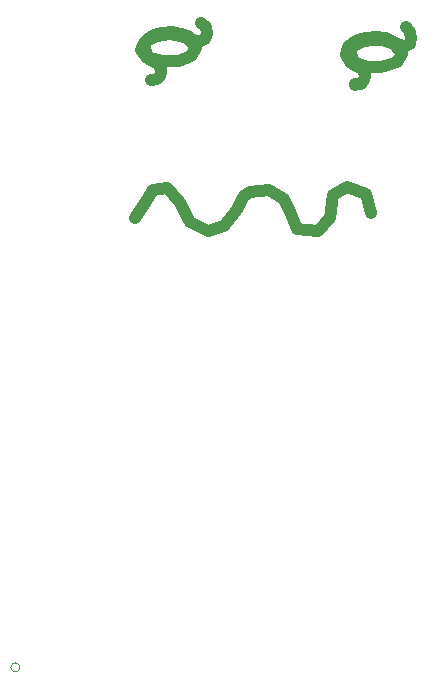
<source format=gbr>
%TF.GenerationSoftware,KiCad,Pcbnew,(5.1.9-0-10_14)*%
%TF.CreationDate,2021-10-18T12:15:18-07:00*%
%TF.ProjectId,ghost_pcb_2,67686f73-745f-4706-9362-5f322e6b6963,rev?*%
%TF.SameCoordinates,Original*%
%TF.FileFunction,Legend,Top*%
%TF.FilePolarity,Positive*%
%FSLAX46Y46*%
G04 Gerber Fmt 4.6, Leading zero omitted, Abs format (unit mm)*
G04 Created by KiCad (PCBNEW (5.1.9-0-10_14)) date 2021-10-18 12:15:18*
%MOMM*%
%LPD*%
G01*
G04 APERTURE LIST*
%ADD10C,1.000000*%
%ADD11C,0.120000*%
G04 APERTURE END LIST*
D10*
X138900266Y-71628160D02*
X138486854Y-71238380D01*
X133903902Y-74262460D02*
X133431430Y-73601000D01*
X135167750Y-72124500D02*
X135982760Y-72065500D01*
X134459046Y-72301700D02*
X135167750Y-72124500D01*
X151540322Y-76505900D02*
X151540322Y-76458700D01*
X156205962Y-72029060D02*
X155792562Y-71639280D01*
X134234622Y-76105000D02*
X134234622Y-76057800D01*
X134234622Y-76057800D02*
X134707092Y-76010600D01*
X133691018Y-72952502D02*
X133821809Y-73975219D01*
X133821809Y-73975219D02*
X134177508Y-74213996D01*
X138008660Y-73395480D02*
X137390253Y-72597540D01*
X137390253Y-72597540D02*
X137351338Y-72576964D01*
X152473362Y-72525400D02*
X153288382Y-72466400D01*
X151764662Y-72702600D02*
X152473362Y-72525400D01*
X137351338Y-72576964D02*
X136364489Y-72280065D01*
X136364489Y-72280065D02*
X135764424Y-72237922D01*
X151616846Y-74681716D02*
X152607303Y-74979130D01*
X152607303Y-74979130D02*
X153661932Y-74996426D01*
X153661932Y-74996426D02*
X154062594Y-74932642D01*
X138821746Y-72618500D02*
X138959326Y-72171620D01*
X138486852Y-72797700D02*
X138821746Y-72618500D01*
X154115202Y-72584400D02*
X154682162Y-72785220D01*
X153288382Y-72466400D02*
X154115202Y-72584400D01*
X151130358Y-73420222D02*
X151261148Y-74442939D01*
X151261148Y-74442939D02*
X151616846Y-74681716D01*
X153203762Y-72705642D02*
X152167328Y-72836462D01*
X152167328Y-72836462D02*
X151240157Y-73302644D01*
X151240157Y-73302644D02*
X151130358Y-73420222D01*
X155792562Y-71639280D02*
X155792562Y-71639280D01*
X151398502Y-72915220D02*
X151764662Y-72702600D01*
X150926022Y-73340440D02*
X151398502Y-72915220D01*
X138486854Y-71238380D02*
X138486854Y-71238380D01*
X138959326Y-72171620D02*
X138900266Y-71628160D01*
X134801592Y-74782180D02*
X133903902Y-74262460D01*
X154062594Y-74932642D02*
X155023271Y-74540831D01*
X155023271Y-74540831D02*
X155448000Y-73863200D01*
X152107182Y-75183080D02*
X151209502Y-74663360D01*
X152390662Y-75561060D02*
X152107182Y-75183080D01*
X133620410Y-72939540D02*
X134092882Y-72514320D01*
X134707092Y-76010600D02*
X134990572Y-75727120D01*
X135085072Y-75443640D02*
X135085072Y-75160160D01*
X134990572Y-75727120D02*
X135085072Y-75443640D01*
X137908076Y-72774100D02*
X138486852Y-72797700D01*
X137376546Y-72384320D02*
X137908076Y-72774100D01*
X136809584Y-72183500D02*
X137376546Y-72384320D01*
X135982760Y-72065500D02*
X136809584Y-72183500D01*
X154790678Y-73044684D02*
X153803829Y-72747785D01*
X153803829Y-72747785D02*
X153203762Y-72705642D01*
X146598122Y-88689978D02*
X148335362Y-88890418D01*
X146063582Y-87420438D02*
X146598122Y-88689978D01*
X145529022Y-86150898D02*
X146063582Y-87420438D01*
X144259482Y-85415898D02*
X145529022Y-86150898D01*
X142655882Y-85549498D02*
X144259482Y-85415898D01*
X142121342Y-85950398D02*
X142655882Y-85549498D01*
X141453162Y-87153118D02*
X142121342Y-85950398D01*
X140384082Y-88489458D02*
X141453162Y-87153118D01*
X139047734Y-88890378D02*
X140384082Y-88489458D01*
X137577752Y-88088558D02*
X139047734Y-88890378D01*
X136642306Y-86351298D02*
X137577752Y-88088558D01*
X135573232Y-85282238D02*
X136642306Y-86351298D01*
X134370516Y-85415838D02*
X135573232Y-85282238D01*
X135764424Y-72237922D02*
X135764424Y-72237922D01*
X135764424Y-72237922D02*
X134727990Y-72368742D01*
X134727990Y-72368742D02*
X133800818Y-72834924D01*
X133800818Y-72834924D02*
X133691018Y-72952502D01*
X156264962Y-72572520D02*
X156205962Y-72029060D01*
X136623256Y-74464922D02*
X137583931Y-74073111D01*
X137583931Y-74073111D02*
X138008660Y-73395480D01*
X152478042Y-85750018D02*
X152878942Y-87353658D01*
X133702344Y-86484918D02*
X134370516Y-85415838D01*
X132900534Y-87821278D02*
X133702344Y-86484918D01*
X153203762Y-72705642D02*
X153203762Y-72705642D01*
X150737022Y-74001900D02*
X150926022Y-73340440D01*
X151209502Y-74663360D02*
X150737022Y-74001900D01*
X152390662Y-75844540D02*
X152390662Y-75561060D01*
X152296262Y-76128020D02*
X152390662Y-75844540D01*
X152012782Y-76411500D02*
X152296262Y-76128020D01*
X151540322Y-76458700D02*
X152012782Y-76411500D01*
X134177508Y-74213996D02*
X135167964Y-74511410D01*
X135167964Y-74511410D02*
X136222594Y-74528706D01*
X136222594Y-74528706D02*
X136623256Y-74464922D01*
X150807602Y-85148678D02*
X152478042Y-85750018D01*
X149644002Y-85833778D02*
X150807602Y-85148678D01*
X149376722Y-87771478D02*
X149644002Y-85833778D01*
X148335362Y-88890418D02*
X149376722Y-87771478D01*
X135085072Y-75160160D02*
X134801592Y-74782180D01*
X133431430Y-73601000D02*
X133620410Y-72939540D01*
X156127362Y-73019400D02*
X156264962Y-72572520D01*
X155792482Y-73198600D02*
X156127362Y-73019400D01*
X134092882Y-72514320D02*
X134459046Y-72301700D01*
X155213702Y-73175000D02*
X155792482Y-73198600D01*
X154682162Y-72785220D02*
X155213702Y-73175000D01*
X155448000Y-73863200D02*
X154829593Y-73065260D01*
X154829593Y-73065260D02*
X154790678Y-73044684D01*
D11*
%TO.C,BAT1*%
X123135400Y-125831600D02*
G75*
G03*
X123135400Y-125831600I-381000J0D01*
G01*
%TD*%
M02*

</source>
